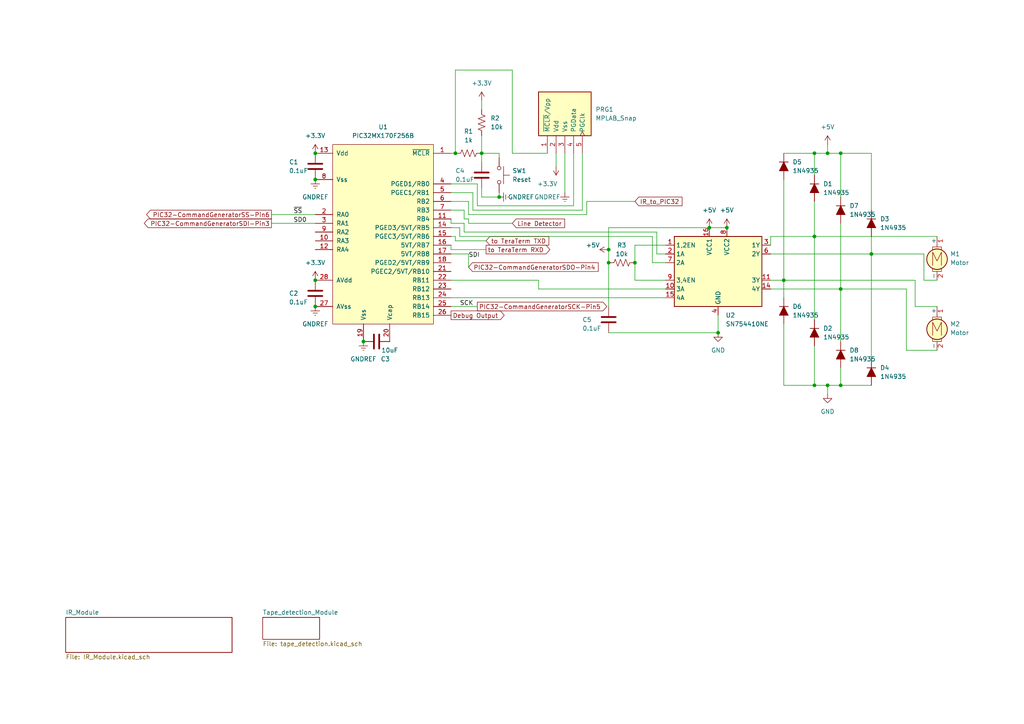
<source format=kicad_sch>
(kicad_sch (version 20230121) (generator eeschema)
  (paper "A4")
  (lib_symbols
    (symbol "Driver_Motor:SN754410NE"
      (property "Reference" "U" (at -10.16 17.78 0))
      (property "Value" "SN754410NE" (at -7.62 15.24 0))
      (symbol "SN754410NE_0_1"
        (rectangle (start -12.7 10.16) (end 12.7 -10.16) (stroke (width 0.254)) (fill (type background)))
      )
      (symbol "SN754410NE_1_1"
        (pin input line (at -15.24 7.62 0) (length 2.54) (name "1,2EN") (number "1"))
        (pin input line (at -15.24 -5.08 0) (length 2.54) (name "3A") (number "10"))
        (pin output line (at 15.24 -2.54 180) (length 2.54) (name "3Y") (number "11"))
        (pin passive line (at 0 -12.7 90) (length 2.54) hide (name "GND") (number "12"))
        (pin passive line (at 0 -12.7 90) (length 2.54) hide (name "GND") (number "13"))
        (pin output line (at 15.24 -5.08 180) (length 2.54) (name "4Y") (number "14"))
        (pin input line (at -15.24 -7.62 0) (length 2.54) (name "4A") (number "15"))
        (pin power_in line (at -2.54 12.7 270) (length 2.54) (name "VCC1") (number "16"))
        (pin input line (at -15.24 5.08 0) (length 2.54) (name "1A") (number "2"))
        (pin output line (at 15.24 7.62 180) (length 2.54) (name "1Y") (number "3"))
        (pin power_in line (at 0 -12.7 90) (length 2.54) (name "GND") (number "4"))
        (pin passive line (at 0 -12.7 90) (length 2.54) hide (name "GND") (number "5"))
        (pin output line (at 15.24 5.08 180) (length 2.54) (name "2Y") (number "6"))
        (pin input line (at -15.24 2.54 0) (length 2.54) (name "2A") (number "7"))
        (pin power_in line (at 2.54 12.7 270) (length 2.54) (name "VCC2") (number "8"))
        (pin input line (at -15.24 -2.54 0) (length 2.54) (name "3,4EN") (number "9"))
      )
    )
    (symbol "ME218_BaseLib:Cap" (pin_numbers hide) (pin_names (offset 0.254))
      (property "Reference" "C" (at 0.635 2.54 0))
      (property "Value" "Cap" (at 0.635 -2.54 0))
      (symbol "Cap_0_1"
        (polyline (pts (xy -2.032 -0.762) (xy 2.032 -0.762)) (stroke (width 0.508)))
        (polyline (pts (xy -2.032 0.762) (xy 2.032 0.762)) (stroke (width 0.508)))
      )
      (symbol "Cap_1_1"
        (pin passive line (at 0 3.81 270) (length 2.794) (name "~") (number "1"))
        (pin passive line (at 0 -3.81 90) (length 2.794) (name "~") (number "2"))
      )
    )
    (symbol "ME218_BaseLib:Diode" (pin_numbers hide) (pin_names (offset 1.016) hide)
      (property "Reference" "D" (at 0 2.54 0))
      (property "Value" "Diode" (at 0 -2.54 0))
      (symbol "Diode_0_1"
        (polyline (pts (xy -1.27 1.27) (xy -1.27 -1.27)) (stroke (width 0.2032)))
        (polyline (pts (xy 1.27 0) (xy -1.27 0)))
        (polyline (pts (xy 1.27 1.27) (xy 1.27 -1.27) (xy -1.27 0) (xy 1.27 1.27)) (stroke (width 0.2032)) (fill (type outline)))
      )
      (symbol "Diode_1_1"
        (pin passive line (at -3.81 0 0) (length 2.54) (name "K") (number "1"))
        (pin passive line (at 3.81 0 180) (length 2.54) (name "A") (number "2"))
      )
    )
    (symbol "ME218_BaseLib:MPLAB_Snap" (pin_names (offset 1.016))
      (property "Reference" "PRG" (at 0 8.89 0))
      (property "Value" "MPLAB_Snap" (at 8.89 1.27 90))
      (symbol "MPLAB_Snap_0_1"
        (rectangle (start -6.35 7.62) (end 6.35 -7.62) (stroke (width 0.254)) (fill (type background)))
      )
      (symbol "MPLAB_Snap_1_1"
        (pin output line (at -11.43 5.08 0) (length 5.08) (name "~{MCLR}/Vpp") (number "1"))
        (pin input line (at -11.43 2.54 0) (length 5.08) (name "Vdd") (number "2"))
        (pin input line (at -11.43 0 0) (length 5.08) (name "Vss") (number "3"))
        (pin bidirectional line (at -11.43 -2.54 0) (length 5.08) (name "PGData") (number "4"))
        (pin output clock (at -11.43 -5.08 0) (length 5.08) (name "PGClk") (number "5"))
        (pin no_connect line (at -2.54 -11.43 0) (length 5.08) hide (name "NC") (number "6"))
        (pin no_connect line (at -2.54 -13.97 0) (length 5.08) hide (name "NC") (number "7"))
        (pin no_connect line (at -2.54 -16.51 0) (length 5.08) hide (name "NC") (number "8"))
      )
    )
    (symbol "ME218_BaseLib:Motor" (pin_names (offset 0))
      (property "Reference" "M" (at 2.54 2.54 0))
      (property "Value" "Motor" (at 2.54 -5.08 0))
      (symbol "Motor_0_0"
        (circle (center 0 -1.524) (radius 2.9718) (stroke (width 0.254)) (fill (type background)))
        (polyline (pts (xy -1.27 -4.318) (xy -1.27 -5.08) (xy 1.27 -5.08) (xy 1.27 -4.318)) (fill (type background)))
        (polyline (pts (xy -1.27 1.27) (xy -1.27 2.032) (xy 1.27 2.032) (xy 1.27 1.27)) (fill (type background)))
        (polyline (pts (xy -1.27 -3.302) (xy -1.27 0.508) (xy 0 -2.032) (xy 1.27 0.508) (xy 1.27 -3.302)))
      )
      (symbol "Motor_0_1"
        (polyline (pts (xy 0 2.032) (xy 0 2.54)))
      )
      (symbol "Motor_1_1"
        (pin passive line (at 0 5.08 270) (length 2.54) (name "+") (number "1"))
        (pin passive line (at 0 -7.62 90) (length 2.54) (name "-") (number "2"))
      )
    )
    (symbol "ME218_BaseLib:PIC32MX170F256B" (pin_names (offset 1.016))
      (property "Reference" "U" (at -20.32 25.4 0))
      (property "Value" "PIC32MX170F256B" (at -7.62 25.4 0))
      (symbol "PIC32MX170F256B_0_1"
        (rectangle (start -21.59 24.13) (end 7.62 -27.94) (fill (type background)))
      )
      (symbol "PIC32MX170F256B_1_1"
        (pin input line (at 12.7 21.59 180) (length 5.08) (name "~{MCLR}") (number "1"))
        (pin bidirectional line (at -26.67 -3.81 0) (length 5.08) (name "RA3") (number "10"))
        (pin bidirectional line (at 12.7 2.54 180) (length 5.08) (name "RB4") (number "11"))
        (pin bidirectional line (at -26.67 -6.35 0) (length 5.08) (name "RA4") (number "12"))
        (pin power_in line (at -26.67 21.59 0) (length 5.08) (name "Vdd") (number "13"))
        (pin bidirectional line (at 12.7 0 180) (length 5.08) (name "PGED3/5VT/RB5") (number "14"))
        (pin bidirectional line (at 12.7 -2.54 180) (length 5.08) (name "PGEC3/5VT/RB6") (number "15"))
        (pin bidirectional line (at 12.7 -5.08 180) (length 5.08) (name "5VT/RB7") (number "16"))
        (pin bidirectional line (at 12.7 -7.62 180) (length 5.08) (name "5VT/RB8") (number "17"))
        (pin bidirectional line (at 12.7 -10.16 180) (length 5.08) (name "PGED2/5VT/RB9") (number "18"))
        (pin power_in line (at -12.7 -33.02 90) (length 5.08) (name "Vss") (number "19"))
        (pin bidirectional line (at -26.67 3.81 0) (length 5.08) (name "RA0") (number "2"))
        (pin input line (at -5.08 -33.02 90) (length 5.08) (name "Vcap") (number "20"))
        (pin bidirectional line (at 12.7 -12.7 180) (length 5.08) (name "PGEC2/5VT/RB10") (number "21"))
        (pin bidirectional line (at 12.7 -15.24 180) (length 5.08) (name "RB11") (number "22"))
        (pin bidirectional line (at 12.7 -17.78 180) (length 5.08) (name "RB12") (number "23"))
        (pin bidirectional line (at 12.7 -20.32 180) (length 5.08) (name "RB13") (number "24"))
        (pin bidirectional line (at 12.7 -22.86 180) (length 5.08) (name "RB14") (number "25"))
        (pin bidirectional line (at 12.7 -25.4 180) (length 5.08) (name "RB15") (number "26"))
        (pin power_in line (at -26.67 -22.86 0) (length 5.08) (name "AVss") (number "27"))
        (pin power_in line (at -26.67 -15.24 0) (length 5.08) (name "AVdd") (number "28"))
        (pin bidirectional line (at -26.67 1.27 0) (length 5.08) (name "RA1") (number "3"))
        (pin bidirectional line (at 12.7 12.7 180) (length 5.08) (name "PGED1/RB0") (number "4"))
        (pin bidirectional line (at 12.7 10.16 180) (length 5.08) (name "PGEC1/RB1") (number "5"))
        (pin bidirectional line (at 12.7 7.62 180) (length 5.08) (name "RB2") (number "6"))
        (pin bidirectional line (at 12.7 5.08 180) (length 5.08) (name "RB3") (number "7"))
        (pin power_in line (at -26.67 13.97 0) (length 5.08) (name "Vss") (number "8"))
        (pin bidirectional line (at -26.67 -1.27 0) (length 5.08) (name "RA2") (number "9"))
      )
    )
    (symbol "ME218_BaseLib:Res1" (pin_numbers hide) (pin_names (offset 0))
      (property "Reference" "R" (at 2.54 0 90))
      (property "Value" "Res1" (at -2.54 0 90))
      (symbol "Res1_0_1"
        (polyline (pts (xy 0 -2.286) (xy 0 -2.54)))
        (polyline (pts (xy 0 2.286) (xy 0 2.54)))
        (polyline (pts (xy 0 -0.762) (xy 1.016 -1.143) (xy 0 -1.524) (xy -1.016 -1.905) (xy 0 -2.286)))
        (polyline (pts (xy 0 0.762) (xy 1.016 0.381) (xy 0 0) (xy -1.016 -0.381) (xy 0 -0.762)))
        (polyline (pts (xy 0 2.286) (xy 1.016 1.905) (xy 0 1.524) (xy -1.016 1.143) (xy 0 0.762)))
      )
      (symbol "Res1_1_1"
        (pin passive line (at 0 3.81 270) (length 1.27) (name "~") (number "1"))
        (pin passive line (at 0 -3.81 90) (length 1.27) (name "~") (number "2"))
      )
    )
    (symbol "ME218_BaseLib:SW-PB" (pin_numbers hide) (pin_names (offset 1.016) hide)
      (property "Reference" "SW" (at 1.27 2.54 0))
      (property "Value" "SW-PB" (at 0 -1.524 0))
      (symbol "SW-PB_0_1"
        (circle (center -2.032 0) (radius 0.508))
        (polyline (pts (xy 0 1.27) (xy 0 3.048)))
        (polyline (pts (xy 2.54 1.27) (xy -2.54 1.27)))
        (circle (center 2.032 0) (radius 0.508))
        (pin passive line (at -5.08 0 0) (length 2.54) (name "1") (number "1"))
        (pin passive line (at 5.08 0 180) (length 2.54) (name "2") (number "2"))
      )
    )
    (symbol "power:+3.3V" (power) (pin_names (offset 0))
      (property "Value" "+3.3V" (at 0 3.556 0))
      (symbol "+3.3V_0_1"
        (polyline (pts (xy -0.762 1.27) (xy 0 2.54)))
        (polyline (pts (xy 0 0) (xy 0 2.54)))
        (polyline (pts (xy 0 2.54) (xy 0.762 1.27)))
      )
      (symbol "+3.3V_1_1"
        (pin power_in line (at 0 0 90) (length 0) hide (name "+3.3V") (number "1"))
      )
    )
    (symbol "power:+5V" (power) (pin_names (offset 0))
      (property "Value" "+5V" (at 0 3.556 0))
      (symbol "+5V_0_1"
        (polyline (pts (xy -0.762 1.27) (xy 0 2.54)))
        (polyline (pts (xy 0 0) (xy 0 2.54)))
        (polyline (pts (xy 0 2.54) (xy 0.762 1.27)))
      )
      (symbol "+5V_1_1"
        (pin power_in line (at 0 0 90) (length 0) hide (name "+5V") (number "1"))
      )
    )
    (symbol "power:GND" (power) (pin_names (offset 0))
      (property "Value" "GND" (at 0 -3.81 0))
      (symbol "GND_0_1"
        (polyline (pts (xy 0 0) (xy 0 -1.27) (xy 1.27 -1.27) (xy 0 -2.54) (xy -1.27 -1.27) (xy 0 -1.27)))
      )
      (symbol "GND_1_1"
        (pin power_in line (at 0 0 270) (length 0) hide (name "GND") (number "1"))
      )
    )
    (symbol "power:GNDREF" (power) (pin_names (offset 0))
      (property "Value" "GNDREF" (at 0 -3.81 0))
      (symbol "GNDREF_0_1"
        (polyline (pts (xy -0.635 -1.905) (xy 0.635 -1.905)))
        (polyline (pts (xy -0.127 -2.54) (xy 0.127 -2.54)))
        (polyline (pts (xy 0 -1.27) (xy 0 0)))
        (polyline (pts (xy 1.27 -1.27) (xy -1.27 -1.27)))
      )
      (symbol "GNDREF_1_1"
        (pin power_in line (at 0 0 270) (length 0) hide (name "GNDREF") (number "1"))
      )
    )
  )
  (junction (at 227.33 81.28))
  (junction (at 91.44 81.28))
  (junction (at 236.22 68.58))
  (junction (at 243.84 83.82))
  (junction (at 105.41 99.06))
  (junction (at 208.28 96.52))
  (junction (at 236.22 44.45))
  (junction (at 240.03 44.45))
  (junction (at 91.44 44.45))
  (junction (at 243.84 44.45))
  (junction (at 139.7 44.45))
  (junction (at 91.44 52.07))
  (junction (at 240.03 111.76))
  (junction (at 132.08 44.45))
  (junction (at 210.82 66.04))
  (junction (at 243.84 111.76))
  (junction (at 176.53 76.2))
  (junction (at 205.74 66.04))
  (junction (at 252.73 73.66))
  (junction (at 236.22 111.76))
  (junction (at 184.15 76.2))
  (junction (at 176.53 72.39))
  (junction (at 144.78 57.15))
  (junction (at 91.44 88.9))
  (wire (pts (xy 227.33 93.98) (xy 227.33 111.76)))
  (wire (pts (xy 190.5 73.66) (xy 193.04 73.66)))
  (wire (pts (xy 243.84 83.82) (xy 243.84 99.06)))
  (wire (pts (xy 184.15 81.28) (xy 184.15 76.2)))
  (wire (pts (xy 236.22 111.76) (xy 240.03 111.76)))
  (wire (pts (xy 243.84 44.45) (xy 252.73 44.45)))
  (wire (pts (xy 223.52 68.58) (xy 236.22 68.58)))
  (wire (pts (xy 156.21 83.82) (xy 156.21 81.28)))
  (wire (pts (xy 134.62 67.31) (xy 190.5 67.31)))
  (wire (pts (xy 144.78 44.45) (xy 144.78 45.72)))
  (wire (pts (xy 265.43 88.9) (xy 271.78 88.9)))
  (wire (pts (xy 130.81 53.34) (xy 138.43 53.34)))
  (wire (pts (xy 139.7 57.15) (xy 139.7 54.61)))
  (wire (pts (xy 236.22 100.33) (xy 236.22 111.76)))
  (wire (pts (xy 156.21 83.82) (xy 193.04 83.82)))
  (wire (pts (xy 130.81 68.58) (xy 132.08 68.58)))
  (wire (pts (xy 130.81 64.77) (xy 130.81 63.5)))
  (wire (pts (xy 156.21 81.28) (xy 130.81 81.28)))
  (wire (pts (xy 236.22 58.42) (xy 236.22 68.58)))
  (wire (pts (xy 243.84 57.15) (xy 243.84 44.45)))
  (wire (pts (xy 132.08 68.58) (xy 132.08 69.85)))
  (wire (pts (xy 148.59 44.45) (xy 148.59 20.32)))
  (wire (pts (xy 236.22 68.58) (xy 271.78 68.58)))
  (wire (pts (xy 135.89 62.23) (xy 170.18 62.23)))
  (wire (pts (xy 189.23 76.2) (xy 193.04 76.2)))
  (wire (pts (xy 223.52 73.66) (xy 252.73 73.66)))
  (wire (pts (xy 158.75 44.45) (xy 148.59 44.45)))
  (wire (pts (xy 227.33 44.45) (xy 236.22 44.45)))
  (wire (pts (xy 148.59 20.32) (xy 132.08 20.32)))
  (wire (pts (xy 170.18 62.23) (xy 170.18 58.42)))
  (wire (pts (xy 265.43 81.28) (xy 265.43 88.9)))
  (wire (pts (xy 132.08 69.85) (xy 140.97 69.85)))
  (wire (pts (xy 133.35 68.58) (xy 189.23 68.58)))
  (wire (pts (xy 166.37 59.69) (xy 138.43 59.69)))
  (wire (pts (xy 262.89 101.6) (xy 271.78 101.6)))
  (wire (pts (xy 139.7 29.21) (xy 139.7 31.75)))
  (wire (pts (xy 130.81 64.77) (xy 134.62 64.77)))
  (wire (pts (xy 227.33 81.28) (xy 227.33 86.36)))
  (wire (pts (xy 161.29 44.45) (xy 161.29 48.26)))
  (wire (pts (xy 144.78 57.15) (xy 144.78 55.88)))
  (wire (pts (xy 130.81 88.9) (xy 138.43 88.9)))
  (wire (pts (xy 139.7 57.15) (xy 144.78 57.15)))
  (wire (pts (xy 139.7 39.37) (xy 139.7 44.45)))
  (wire (pts (xy 130.81 55.88) (xy 137.16 55.88)))
  (wire (pts (xy 236.22 68.58) (xy 236.22 92.71)))
  (wire (pts (xy 243.84 111.76) (xy 252.73 111.76)))
  (wire (pts (xy 210.82 66.04) (xy 205.74 66.04)))
  (wire (pts (xy 208.28 91.44) (xy 208.28 96.52)))
  (wire (pts (xy 170.18 58.42) (xy 184.15 58.42)))
  (wire (pts (xy 240.03 111.76) (xy 243.84 111.76)))
  (wire (pts (xy 252.73 44.45) (xy 252.73 60.96)))
  (wire (pts (xy 138.43 59.69) (xy 138.43 53.34)))
  (wire (pts (xy 240.03 111.76) (xy 240.03 114.3)))
  (wire (pts (xy 252.73 73.66) (xy 267.97 73.66)))
  (wire (pts (xy 240.03 44.45) (xy 243.84 44.45)))
  (wire (pts (xy 227.33 111.76) (xy 236.22 111.76)))
  (wire (pts (xy 262.89 83.82) (xy 262.89 101.6)))
  (wire (pts (xy 135.89 58.42) (xy 135.89 62.23)))
  (wire (pts (xy 135.89 73.66) (xy 135.89 77.47)))
  (wire (pts (xy 134.62 60.96) (xy 134.62 63.5)))
  (wire (pts (xy 78.74 64.77) (xy 91.44 64.77)))
  (wire (pts (xy 130.81 73.66) (xy 135.89 73.66)))
  (wire (pts (xy 130.81 58.42) (xy 135.89 58.42)))
  (wire (pts (xy 227.33 81.28) (xy 265.43 81.28)))
  (wire (pts (xy 134.62 63.5) (xy 135.89 63.5)))
  (wire (pts (xy 193.04 81.28) (xy 184.15 81.28)))
  (wire (pts (xy 184.15 71.12) (xy 184.15 76.2)))
  (wire (pts (xy 205.74 66.04) (xy 176.53 66.04)))
  (wire (pts (xy 132.08 20.32) (xy 132.08 44.45)))
  (wire (pts (xy 132.08 44.45) (xy 130.81 44.45)))
  (wire (pts (xy 134.62 64.77) (xy 134.62 67.31)))
  (wire (pts (xy 267.97 81.28) (xy 271.78 81.28)))
  (wire (pts (xy 223.52 68.58) (xy 223.52 71.12)))
  (wire (pts (xy 78.74 62.23) (xy 91.44 62.23)))
  (wire (pts (xy 135.89 64.77) (xy 148.59 64.77)))
  (wire (pts (xy 163.83 55.88) (xy 163.83 44.45)))
  (wire (pts (xy 130.81 60.96) (xy 134.62 60.96)))
  (wire (pts (xy 176.53 76.2) (xy 176.53 88.9)))
  (wire (pts (xy 227.33 52.07) (xy 227.33 81.28)))
  (wire (pts (xy 139.7 46.99) (xy 139.7 44.45)))
  (wire (pts (xy 223.52 83.82) (xy 243.84 83.82)))
  (wire (pts (xy 139.7 44.45) (xy 144.78 44.45)))
  (wire (pts (xy 189.23 68.58) (xy 189.23 76.2)))
  (wire (pts (xy 252.73 68.58) (xy 252.73 73.66)))
  (wire (pts (xy 168.91 44.45) (xy 168.91 60.96)))
  (wire (pts (xy 243.84 83.82) (xy 262.89 83.82)))
  (wire (pts (xy 130.81 66.04) (xy 133.35 66.04)))
  (wire (pts (xy 193.04 71.12) (xy 184.15 71.12)))
  (wire (pts (xy 176.53 72.39) (xy 176.53 76.2)))
  (wire (pts (xy 140.97 72.39) (xy 130.81 72.39)))
  (wire (pts (xy 223.52 81.28) (xy 227.33 81.28)))
  (wire (pts (xy 236.22 50.8) (xy 236.22 44.45)))
  (wire (pts (xy 130.81 72.39) (xy 130.81 71.12)))
  (wire (pts (xy 243.84 64.77) (xy 243.84 83.82)))
  (wire (pts (xy 240.03 41.91) (xy 240.03 44.45)))
  (wire (pts (xy 267.97 73.66) (xy 267.97 81.28)))
  (wire (pts (xy 166.37 44.45) (xy 166.37 59.69)))
  (wire (pts (xy 252.73 73.66) (xy 252.73 104.14)))
  (wire (pts (xy 176.53 96.52) (xy 208.28 96.52)))
  (wire (pts (xy 130.81 86.36) (xy 193.04 86.36)))
  (wire (pts (xy 168.91 60.96) (xy 137.16 60.96)))
  (wire (pts (xy 243.84 106.68) (xy 243.84 111.76)))
  (wire (pts (xy 176.53 66.04) (xy 176.53 72.39)))
  (wire (pts (xy 236.22 44.45) (xy 240.03 44.45)))
  (wire (pts (xy 137.16 60.96) (xy 137.16 55.88)))
  (wire (pts (xy 133.35 66.04) (xy 133.35 68.58)))
  (wire (pts (xy 135.89 63.5) (xy 135.89 64.77)))
  (wire (pts (xy 190.5 67.31) (xy 190.5 73.66)))
  (label "SDI" (at 135.89 74.93 0))
  (label "SD0" (at 85.09 64.77 0))
  (label "SCK" (at 133.35 88.9 0))
  (label "~{SS}" (at 85.09 62.23 0))
  (global_label "PIC32-CommandGeneratorSDO-Pin4" (shape input) (at 135.89 77.47 0) (property "Intersheetrefs" "${INTERSHEET_REFS}" (effects hide)))
  (global_label "to TeraTerm RXD" (shape output) (at 140.97 72.39 0) (property "Intersheetrefs" "${INTERSHEET_REFS}" (effects hide)))
  (global_label "IR_to_PIC32" (shape input) (at 184.15 58.42 0) (property "Intersheetrefs" "${INTERSHEET_REFS}" (effects hide)))
  (global_label "to TeraTerm TXD" (shape input) (at 140.97 69.85 0) (property "Intersheetrefs" "${INTERSHEET_REFS}" (effects hide)))
  (global_label "Line Detector" (shape input) (at 148.59 64.77 0) (property "Intersheetrefs" "${INTERSHEET_REFS}" (effects hide)))
  (global_label "PIC32-CommandGeneratorSDI-Pin3" (shape output) (at 78.74 64.77 180) (property "Intersheetrefs" "${INTERSHEET_REFS}" (effects hide)))
  (global_label "PIC32-CommandGeneratorSCK-Pin5" (shape output) (at 138.43 88.9 0) (property "Intersheetrefs" "${INTERSHEET_REFS}" (effects hide)))
  (global_label "Debug Output" (shape output) (at 130.81 91.44 0) (property "Intersheetrefs" "${INTERSHEET_REFS}" (effects hide)))
  (global_label "PIC32-CommandGeneratorSS-Pin6" (shape output) (at 78.74 62.23 180) (property "Intersheetrefs" "${INTERSHEET_REFS}" (effects hide)))
  (symbol (lib_id "ME218_BaseLib:Diode") (at 243.84 60.96 270) (unit 1)
    (property "Reference" "D7" (at 246.38 59.69 90) (effects (justify left)))
    (property "Value" "1N4935" (at 246.38 62.23 90) (effects (justify left)))
  )
  (symbol (lib_id "ME218_BaseLib:Diode") (at 252.73 107.95 270) (unit 1)
    (property "Reference" "D4" (at 255.27 106.68 90) (effects (justify left)))
    (property "Value" "1N4935" (at 255.27 109.22 90) (effects (justify left)))
  )
  (symbol (lib_id "power:GND") (at 208.28 96.52 0) (unit 1)
    (property "Reference" "#PWR014" (effects hide))
    (property "Value" "GND" (at 208.28 101.6 0))
  )
  (symbol (lib_id "ME218_BaseLib:Res1") (at 139.7 35.56 0) (unit 1)
    (property "Reference" "R2" (at 142.24 34.29 0) (effects (justify left)))
    (property "Value" "10k" (at 142.24 36.83 0) (effects (justify left)))
  )
  (symbol (lib_id "power:+3.3V") (at 161.29 48.26 180) (unit 1)
    (property "Reference" "#PWR010" (effects hide))
    (property "Value" "+3.3V" (at 158.75 53.34 0))
  )
  (symbol (lib_id "power:GNDREF") (at 105.41 99.06 0) (unit 1)
    (property "Reference" "#PWR05" (effects hide))
    (property "Value" "GNDREF" (at 105.41 104.14 0))
  )
  (symbol (lib_id "power:GNDREF") (at 163.83 55.88 0) (unit 1)
    (property "Reference" "#PWR011" (effects hide))
    (property "Value" "GNDREF" (at 158.75 57.15 0))
  )
  (symbol (lib_id "power:GND") (at 240.03 114.3 0) (unit 1)
    (property "Reference" "#PWR017" (effects hide))
    (property "Value" "GND" (at 240.03 119.38 0))
  )
  (symbol (lib_id "ME218_BaseLib:PIC32MX170F256B") (at 118.11 66.04 0) (unit 1)
    (property "Reference" "U1" (at 111.125 36.83 0))
    (property "Value" "PIC32MX170F256B" (at 111.125 39.37 0))
  )
  (symbol (lib_id "ME218_BaseLib:SW-PB") (at 144.78 50.8 270) (unit 1)
    (property "Reference" "SW1" (at 148.59 49.53 90) (effects (justify left)))
    (property "Value" "Reset" (at 148.59 52.07 90) (effects (justify left)))
  )
  (symbol (lib_id "Driver_Motor:SN754410NE") (at 208.28 78.74 0) (unit 1)
    (property "Reference" "U2" (at 210.4741 91.44 0) (effects (justify left)))
    (property "Value" "SN754410NE" (at 210.4741 93.98 0) (effects (justify left)))
    (property "Footprint" "Package_DIP:DIP-16_W7.62mm" (effects hide))
    (property "Datasheet" "https://www.ti.com/lit/ds/symlink/sn754410.pdf" (effects hide))
  )
  (symbol (lib_id "power:+5V") (at 176.53 72.39 90) (unit 1)
    (property "Reference" "#PWR012" (effects hide))
    (property "Value" "+5V" (at 173.99 71.12 90) (effects (justify left)))
  )
  (symbol (lib_id "ME218_BaseLib:Diode") (at 227.33 90.17 270) (unit 1)
    (property "Reference" "D6" (at 229.87 88.9 90) (effects (justify left)))
    (property "Value" "1N4935" (at 229.87 91.44 90) (effects (justify left)))
  )
  (symbol (lib_id "power:+3.3V") (at 139.7 29.21 0) (unit 1)
    (property "Reference" "#PWR06" (effects hide))
    (property "Value" "+3.3V" (at 139.7 24.13 0))
  )
  (symbol (lib_id "power:+3.3V") (at 91.44 81.28 0) (unit 1)
    (property "Reference" "#PWR03" (effects hide))
    (property "Value" "+3.3V" (at 91.44 76.2 0))
  )
  (symbol (lib_id "ME218_BaseLib:Res1") (at 135.89 44.45 90) (unit 1)
    (property "Reference" "R1" (at 135.89 38.1 90))
    (property "Value" "1k" (at 135.89 40.64 90))
  )
  (symbol (lib_id "power:GNDREF") (at 91.44 52.07 0) (unit 1)
    (property "Reference" "#PWR02" (effects hide))
    (property "Value" "GNDREF" (at 91.44 57.15 0))
  )
  (symbol (lib_id "ME218_BaseLib:Diode") (at 243.84 102.87 270) (unit 1)
    (property "Reference" "D8" (at 246.38 101.6 90) (effects (justify left)))
    (property "Value" "1N4935" (at 246.38 104.14 90) (effects (justify left)))
  )
  (symbol (lib_id "ME218_BaseLib:Diode") (at 252.73 64.77 270) (unit 1)
    (property "Reference" "D3" (at 255.27 63.5 90) (effects (justify left)))
    (property "Value" "1N4935" (at 255.27 66.04 90) (effects (justify left)))
  )
  (symbol (lib_id "ME218_BaseLib:Cap") (at 91.44 85.09 0) (unit 1)
    (property "Reference" "C2" (at 83.82 85.09 0) (effects (justify left)))
    (property "Value" "0.1uF" (at 83.82 87.63 0) (effects (justify left)))
  )
  (symbol (lib_id "power:GNDREF") (at 91.44 88.9 0) (unit 1)
    (property "Reference" "#PWR04" (effects hide))
    (property "Value" "GNDREF" (at 91.44 93.98 0))
  )
  (symbol (lib_id "power:+3.3V") (at 91.44 44.45 0) (unit 1)
    (property "Reference" "#PWR01" (effects hide))
    (property "Value" "+3.3V" (at 91.44 39.37 0))
  )
  (symbol (lib_id "ME218_BaseLib:Diode") (at 236.22 54.61 270) (unit 1)
    (property "Reference" "D1" (at 238.76 53.34 90) (effects (justify left)))
    (property "Value" "1N4935" (at 238.76 55.88 90) (effects (justify left)))
  )
  (symbol (lib_id "ME218_BaseLib:Cap") (at 139.7 50.8 0) (unit 1)
    (property "Reference" "C4" (at 132.08 49.53 0) (effects (justify left)))
    (property "Value" "0.1uF" (at 132.08 52.07 0) (effects (justify left)))
  )
  (symbol (lib_id "ME218_BaseLib:Diode") (at 227.33 48.26 270) (unit 1)
    (property "Reference" "D5" (at 229.87 46.99 90) (effects (justify left)))
    (property "Value" "1N4935" (at 229.87 49.53 90) (effects (justify left)))
  )
  (symbol (lib_id "ME218_BaseLib:Motor") (at 271.78 73.66 0) (unit 1)
    (property "Reference" "M1" (at 275.59 73.66 0) (effects (justify left)))
    (property "Value" "Motor" (at 275.59 76.2 0) (effects (justify left)))
  )
  (symbol (lib_id "ME218_BaseLib:Motor") (at 271.78 93.98 0) (unit 1)
    (property "Reference" "M2" (at 275.59 93.98 0) (effects (justify left)))
    (property "Value" "Motor" (at 275.59 96.52 0) (effects (justify left)))
  )
  (symbol (lib_id "ME218_BaseLib:Cap") (at 91.44 48.26 0) (unit 1)
    (property "Reference" "C1" (at 83.82 46.99 0) (effects (justify left)))
    (property "Value" "0.1uF" (at 83.82 49.53 0) (effects (justify left)))
  )
  (symbol (lib_id "ME218_BaseLib:Diode") (at 236.22 96.52 270) (unit 1)
    (property "Reference" "D2" (at 238.76 95.25 90) (effects (justify left)))
    (property "Value" "1N4935" (at 238.76 97.79 90) (effects (justify left)))
  )
  (symbol (lib_id "power:GNDREF") (at 144.78 57.15 90) (unit 1)
    (property "Reference" "#PWR07" (effects hide))
    (property "Value" "GNDREF" (at 151.13 57.15 90))
  )
  (symbol (lib_id "ME218_BaseLib:Cap") (at 176.53 92.71 0) (unit 1)
    (property "Reference" "C5" (at 168.91 92.71 0) (effects (justify left)))
    (property "Value" "0.1uF" (at 168.91 95.25 0) (effects (justify left)))
  )
  (symbol (lib_id "power:+5V") (at 210.82 66.04 0) (unit 1)
    (property "Reference" "#PWR015" (effects hide))
    (property "Value" "+5V" (at 210.82 60.96 0))
  )
  (symbol (lib_id "ME218_BaseLib:MPLAB_Snap") (at 163.83 33.02 90) (unit 1)
    (property "Reference" "PRG1" (at 172.72 31.75 90) (effects (justify right)))
    (property "Value" "MPLAB_Snap" (at 172.72 34.29 90) (effects (justify right)))
  )
  (symbol (lib_id "ME218_BaseLib:Cap") (at 109.22 99.06 90) (unit 1)
    (property "Reference" "C3" (at 111.76 104.14 90))
    (property "Value" "10uF" (at 113.03 101.6 90))
  )
  (symbol (lib_id "ME218_BaseLib:Res1") (at 180.34 76.2 90) (unit 1)
    (property "Reference" "R3" (at 180.34 71.12 90))
    (property "Value" "10k" (at 180.34 73.66 90))
  )
  (symbol (lib_id "power:+5V") (at 240.03 41.91 0) (unit 1)
    (property "Reference" "#PWR016" (effects hide))
    (property "Value" "+5V" (at 240.03 36.83 0))
  )
  (symbol (lib_id "power:+5V") (at 205.74 66.04 0) (unit 1)
    (property "Reference" "#PWR013" (effects hide))
    (property "Value" "+5V" (at 205.74 60.96 0))
  )
  (sheet (at 76.2 179.07) (size 16.51 6.35) (stroke (width 0.1524))
    (property "Sheetname" "Tape_detection_Module" (at 76.2 178.3584 0) (effects (justify left bottom)))
    (property "Sheetfile" "tape_detection.kicad_sch" (at 76.2 186.0046 0) (effects (justify left top)))
  )
  (sheet (at 19.05 179.07) (size 48.26 10.16) (stroke (width 0.1524))
    (property "Sheetname" "IR_Module" (at 19.05 178.3584 0) (effects (justify left bottom)))
    (property "Sheetfile" "IR_Module.kicad_sch" (at 19.05 189.8146 0) (effects (justify left top)))
  )
)
</source>
